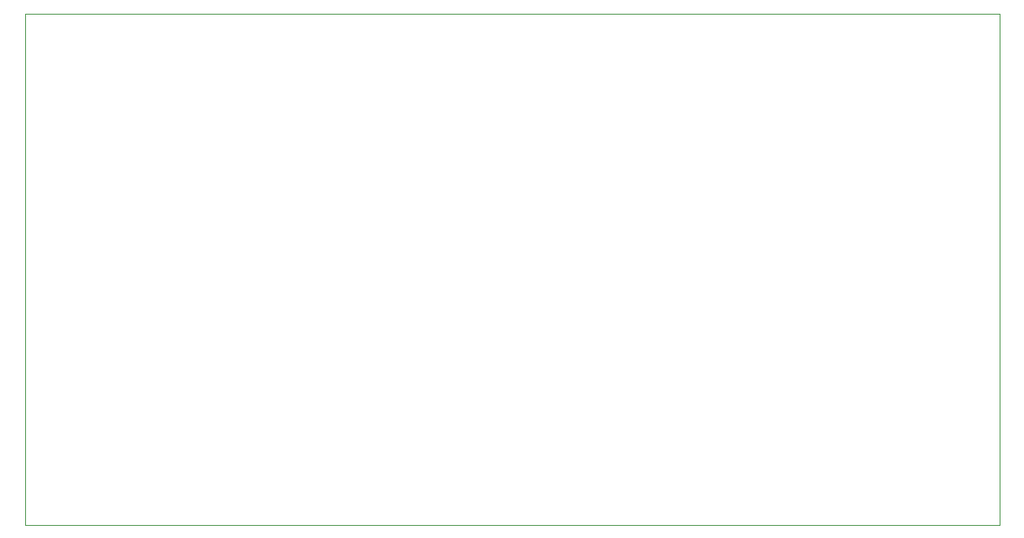
<source format=gbr>
%TF.GenerationSoftware,KiCad,Pcbnew,9.0.2*%
%TF.CreationDate,2025-05-20T22:21:05-04:00*%
%TF.ProjectId,ArduinoMega_Ethernet,41726475-696e-46f4-9d65-67615f457468,rev?*%
%TF.SameCoordinates,Original*%
%TF.FileFunction,Profile,NP*%
%FSLAX46Y46*%
G04 Gerber Fmt 4.6, Leading zero omitted, Abs format (unit mm)*
G04 Created by KiCad (PCBNEW 9.0.2) date 2025-05-20 22:21:05*
%MOMM*%
%LPD*%
G01*
G04 APERTURE LIST*
%TA.AperFunction,Profile*%
%ADD10C,0.100000*%
%TD*%
G04 APERTURE END LIST*
D10*
X43180000Y-128270000D02*
X144780000Y-128270000D01*
X43180000Y-181610000D02*
X43180000Y-128270000D01*
X144780000Y-181610000D02*
X43180000Y-181610000D01*
X144780000Y-128270000D02*
X144780000Y-181610000D01*
M02*

</source>
